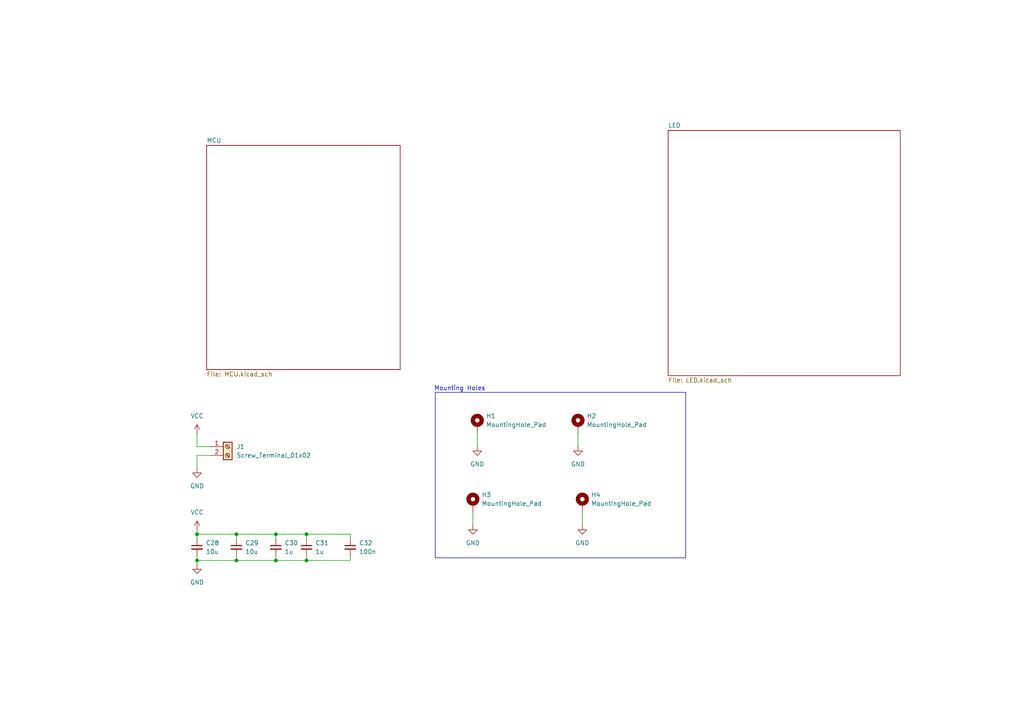
<source format=kicad_sch>
(kicad_sch (version 20250114) (generator "eeschema") (generator_version "9.0")
  (paper "A4")
  (lib_symbols
    (symbol "Connector:Screw_Terminal_01x02" (pin_names (offset 1.016) (hide yes))
      (property "Reference" "J" (at 0 2.54 0))
      (property "Value" "Screw_Terminal_01x02" (at 0 -5.08 0))
      (symbol "Screw_Terminal_01x02_1_1"
        (rectangle (start -1.27 1.27) (end 1.27 -3.81) (stroke (width 0.254)) (fill (type background)))
        (polyline (pts (xy -0.5334 0.3302) (xy 0.3302 -0.508)) (stroke (width 0.1524)))
        (polyline (pts (xy -0.5334 -2.2098) (xy 0.3302 -3.048)) (stroke (width 0.1524)))
        (polyline (pts (xy -0.3556 0.508) (xy 0.508 -0.3302)) (stroke (width 0.1524)))
        (polyline (pts (xy -0.3556 -2.032) (xy 0.508 -2.8702)) (stroke (width 0.1524)))
        (circle (center 0 0) (radius 0.635) (stroke (width 0.1524)))
        (circle (center 0 -2.54) (radius 0.635) (stroke (width 0.1524)))
        (pin passive line (at -5.08 0 0) (length 3.81) (name "Pin_1") (number "1"))
        (pin passive line (at -5.08 -2.54 0) (length 3.81) (name "Pin_2") (number "2"))
      )
    )
    (symbol "Device:C_Small" (pin_numbers (hide yes)) (pin_names (offset 0.254) (hide yes))
      (property "Reference" "C" (at 0.254 1.778 0))
      (property "Value" "C_Small" (at 0.254 -2.032 0))
      (symbol "C_Small_0_1"
        (polyline (pts (xy -1.524 0.508) (xy 1.524 0.508)) (stroke (width 0.3048)))
        (polyline (pts (xy -1.524 -0.508) (xy 1.524 -0.508)) (stroke (width 0.3302)))
      )
      (symbol "C_Small_1_1"
        (pin passive line (at 0 2.54 270) (length 2.032) (name "~") (number "1"))
        (pin passive line (at 0 -2.54 90) (length 2.032) (name "~") (number "2"))
      )
    )
    (symbol "Mechanical:MountingHole_Pad" (pin_numbers (hide yes)) (pin_names (offset 1.016) (hide yes)) (exclude_from_sim yes) (in_bom no)
      (property "Reference" "H" (at 0 6.35 0))
      (property "Value" "MountingHole_Pad" (at 0 4.445 0))
      (symbol "MountingHole_Pad_0_1"
        (circle (center 0 1.27) (radius 1.27) (stroke (width 1.27)))
      )
      (symbol "MountingHole_Pad_1_1"
        (pin input line (at 0 -2.54 90) (length 2.54) (name "1") (number "1"))
      )
    )
    (symbol "power:+12C" (power) (pin_numbers (hide yes)) (pin_names (offset 0) (hide yes))
      (property "Value" "+12C" (at 0 3.556 0))
      (symbol "+12C_0_1"
        (polyline (pts (xy -0.762 1.27) (xy 0 2.54)))
        (polyline (pts (xy 0 2.54) (xy 0.762 1.27)))
        (polyline (pts (xy 0 0) (xy 0 2.54)))
      )
      (symbol "+12C_1_1"
        (pin power_in line (at 0 0 90) (length 0) (name "~") (number "1"))
      )
    )
    (symbol "power:GND" (power) (pin_numbers (hide yes)) (pin_names (offset 0) (hide yes))
      (property "Value" "GND" (at 0 -3.81 0))
      (symbol "GND_0_1"
        (polyline (pts (xy 0 0) (xy 0 -1.27) (xy 1.27 -1.27) (xy 0 -2.54) (xy -1.27 -1.27) (xy 0 -1.27)))
      )
      (symbol "GND_1_1"
        (pin power_in line (at 0 0 270) (length 0) (name "~") (number "1"))
      )
    )
  )
  (rectangle (start 126.238 113.792) (end 198.882 161.798))
  (text "Mounting Holes\n" (at 133.35 112.776 0) (effects (font (size 1.27 1.27))))
  (junction (at 88.9 162.56))
  (junction (at 57.15 154.94))
  (junction (at 68.58 154.94))
  (junction (at 80.01 162.56))
  (junction (at 80.01 154.94))
  (junction (at 57.15 162.56))
  (junction (at 68.58 162.56))
  (junction (at 88.9 154.94))
  (wire (pts (xy 80.01 161.29) (xy 80.01 162.56)))
  (wire (pts (xy 167.64 125.73) (xy 167.64 129.54)))
  (wire (pts (xy 101.6 154.94) (xy 101.6 156.21)))
  (wire (pts (xy 101.6 162.56) (xy 88.9 162.56)))
  (wire (pts (xy 80.01 154.94) (xy 80.01 156.21)))
  (wire (pts (xy 137.16 148.59) (xy 137.16 152.4)))
  (wire (pts (xy 57.15 162.56) (xy 57.15 163.83)))
  (wire (pts (xy 80.01 162.56) (xy 88.9 162.56)))
  (wire (pts (xy 57.15 161.29) (xy 57.15 162.56)))
  (wire (pts (xy 68.58 161.29) (xy 68.58 162.56)))
  (wire (pts (xy 88.9 162.56) (xy 88.9 161.29)))
  (wire (pts (xy 60.96 132.08) (xy 57.15 132.08)))
  (wire (pts (xy 68.58 154.94) (xy 80.01 154.94)))
  (wire (pts (xy 57.15 153.67) (xy 57.15 154.94)))
  (wire (pts (xy 80.01 154.94) (xy 88.9 154.94)))
  (wire (pts (xy 88.9 154.94) (xy 101.6 154.94)))
  (wire (pts (xy 88.9 154.94) (xy 88.9 156.21)))
  (wire (pts (xy 68.58 162.56) (xy 80.01 162.56)))
  (wire (pts (xy 168.91 148.59) (xy 168.91 152.4)))
  (wire (pts (xy 57.15 125.73) (xy 57.15 129.54)))
  (wire (pts (xy 57.15 132.08) (xy 57.15 135.89)))
  (wire (pts (xy 57.15 154.94) (xy 68.58 154.94)))
  (wire (pts (xy 57.15 154.94) (xy 57.15 156.21)))
  (wire (pts (xy 68.58 154.94) (xy 68.58 156.21)))
  (wire (pts (xy 57.15 129.54) (xy 60.96 129.54)))
  (wire (pts (xy 57.15 162.56) (xy 68.58 162.56)))
  (wire (pts (xy 101.6 161.29) (xy 101.6 162.56)))
  (wire (pts (xy 138.43 125.73) (xy 138.43 129.54)))
  (symbol (lib_id "Device:C_Small") (at 101.6 158.75 0) (unit 1)
    (property "Reference" "C32" (at 104.14 157.4862 0) (effects (justify left)))
    (property "Value" "100n" (at 104.14 160.0262 0) (effects (justify left)))
    (property "Footprint" "Capacitor_SMD:C_0603_1608Metric_Pad1.08x0.95mm_HandSolder" (effects (hide yes)))
    (property "Description" "Unpolarized capacitor, small symbol" (effects (hide yes)))
  )
  (symbol (lib_id "power:GND") (at 138.43 129.54 0) (unit 1)
    (property "Reference" "#PWR020" (effects (hide yes)))
    (property "Value" "GND" (at 138.43 134.62 0))
    (property "Description" "Power symbol creates a global label with name \"GND\" , ground" (effects (hide yes)))
  )
  (symbol (lib_id "Device:C_Small") (at 80.01 158.75 0) (unit 1)
    (property "Reference" "C30" (at 82.55 157.4862 0) (effects (justify left)))
    (property "Value" "1u" (at 82.55 160.0262 0) (effects (justify left)))
    (property "Footprint" "Capacitor_SMD:C_0603_1608Metric_Pad1.08x0.95mm_HandSolder" (effects (hide yes)))
    (property "Description" "Unpolarized capacitor, small symbol" (effects (hide yes)))
  )
  (symbol (lib_id "Connector:Screw_Terminal_01x02") (at 66.04 129.54 0) (unit 1)
    (property "Reference" "J1" (at 68.58 129.5399 0) (effects (justify left)))
    (property "Value" "Screw_Terminal_01x02" (at 68.58 132.0799 0) (effects (justify left)))
    (property "Footprint" "TerminalBlock:TerminalBlock_MaiXu_MX126-5.0-02P_1x02_P5.00mm" (effects (hide yes)))
    (property "Description" "Generic screw terminal, single row, 01x02, script generated (kicad-library-utils/schlib/autogen/connector/)" (effects (hide yes)))
  )
  (symbol (lib_id "Mechanical:MountingHole_Pad") (at 137.16 146.05 0) (unit 1) (exclude_from_sim yes) (in_bom no)
    (property "Reference" "H3" (at 139.7 143.5099 0) (effects (justify left)))
    (property "Value" "MountingHole_Pad" (at 139.7 146.0499 0) (effects (justify left)))
    (property "Footprint" "MountingHole:MountingHole_3.2mm_M3_Pad" (effects (hide yes)))
    (property "Description" "Mounting Hole with connection" (effects (hide yes)))
  )
  (symbol (lib_id "Mechanical:MountingHole_Pad") (at 138.43 123.19 0) (unit 1) (exclude_from_sim yes) (in_bom no)
    (property "Reference" "H1" (at 140.97 120.6499 0) (effects (justify left)))
    (property "Value" "MountingHole_Pad" (at 140.97 123.1899 0) (effects (justify left)))
    (property "Footprint" "MountingHole:MountingHole_3.2mm_M3_Pad" (effects (hide yes)))
    (property "Description" "Mounting Hole with connection" (effects (hide yes)))
  )
  (symbol (lib_id "power:GND") (at 167.64 129.54 0) (unit 1)
    (property "Reference" "#PWR034" (effects (hide yes)))
    (property "Value" "GND" (at 167.64 134.62 0))
    (property "Description" "Power symbol creates a global label with name \"GND\" , ground" (effects (hide yes)))
  )
  (symbol (lib_id "Mechanical:MountingHole_Pad") (at 168.91 146.05 0) (unit 1) (exclude_from_sim yes) (in_bom no)
    (property "Reference" "H4" (at 171.45 143.5099 0) (effects (justify left)))
    (property "Value" "MountingHole_Pad" (at 171.45 146.0499 0) (effects (justify left)))
    (property "Footprint" "MountingHole:MountingHole_3.2mm_M3_Pad" (effects (hide yes)))
    (property "Description" "Mounting Hole with connection" (effects (hide yes)))
  )
  (symbol (lib_id "power:+12C") (at 57.15 153.67 0) (unit 1)
    (property "Reference" "#PWR03" (effects (hide yes)))
    (property "Value" "VCC" (at 57.15 148.59 0))
    (property "Description" "Power symbol creates a global label with name \"+12C\"" (effects (hide yes)))
  )
  (symbol (lib_id "Device:C_Small") (at 88.9 158.75 0) (unit 1)
    (property "Reference" "C31" (at 91.44 157.4862 0) (effects (justify left)))
    (property "Value" "1u" (at 91.44 160.0262 0) (effects (justify left)))
    (property "Footprint" "Capacitor_SMD:C_0603_1608Metric_Pad1.08x0.95mm_HandSolder" (effects (hide yes)))
    (property "Description" "Unpolarized capacitor, small symbol" (effects (hide yes)))
  )
  (symbol (lib_id "power:+12C") (at 57.15 125.73 0) (unit 1)
    (property "Reference" "#PWR01" (effects (hide yes)))
    (property "Value" "VCC" (at 57.15 120.65 0))
    (property "Description" "Power symbol creates a global label with name \"+12C\"" (effects (hide yes)))
  )
  (symbol (lib_id "power:GND") (at 57.15 135.89 0) (unit 1)
    (property "Reference" "#PWR02" (effects (hide yes)))
    (property "Value" "GND" (at 57.15 140.97 0))
    (property "Description" "Power symbol creates a global label with name \"GND\" , ground" (effects (hide yes)))
  )
  (symbol (lib_id "power:GND") (at 57.15 163.83 0) (unit 1)
    (property "Reference" "#PWR059" (effects (hide yes)))
    (property "Value" "GND" (at 57.15 168.91 0))
    (property "Description" "Power symbol creates a global label with name \"GND\" , ground" (effects (hide yes)))
  )
  (symbol (lib_id "Device:C_Small") (at 57.15 158.75 0) (unit 1)
    (property "Reference" "C28" (at 59.69 157.4862 0) (effects (justify left)))
    (property "Value" "10u" (at 59.69 160.0262 0) (effects (justify left)))
    (property "Footprint" "Capacitor_SMD:C_0603_1608Metric_Pad1.08x0.95mm_HandSolder" (effects (hide yes)))
    (property "Description" "Unpolarized capacitor, small symbol" (effects (hide yes)))
  )
  (symbol (lib_id "Device:C_Small") (at 68.58 158.75 0) (unit 1)
    (property "Reference" "C29" (at 71.12 157.4862 0) (effects (justify left)))
    (property "Value" "10u" (at 71.12 160.0262 0) (effects (justify left)))
    (property "Footprint" "Capacitor_SMD:C_0603_1608Metric_Pad1.08x0.95mm_HandSolder" (effects (hide yes)))
    (property "Description" "Unpolarized capacitor, small symbol" (effects (hide yes)))
  )
  (symbol (lib_id "power:GND") (at 137.16 152.4 0) (unit 1)
    (property "Reference" "#PWR032" (effects (hide yes)))
    (property "Value" "GND" (at 137.16 157.48 0))
    (property "Description" "Power symbol creates a global label with name \"GND\" , ground" (effects (hide yes)))
  )
  (symbol (lib_id "power:GND") (at 168.91 152.4 0) (unit 1)
    (property "Reference" "#PWR036" (effects (hide yes)))
    (property "Value" "GND" (at 168.91 157.48 0))
    (property "Description" "Power symbol creates a global label with name \"GND\" , ground" (effects (hide yes)))
  )
  (symbol (lib_id "Mechanical:MountingHole_Pad") (at 167.64 123.19 0) (unit 1) (exclude_from_sim yes) (in_bom no)
    (property "Reference" "H2" (at 170.18 120.6499 0) (effects (justify left)))
    (property "Value" "MountingHole_Pad" (at 170.18 123.1899 0) (effects (justify left)))
    (property "Footprint" "MountingHole:MountingHole_3.2mm_M3_Pad" (effects (hide yes)))
    (property "Description" "Mounting Hole with connection" (effects (hide yes)))
  )
  (sheet (at 59.944 42.164) (size 56.134 65.024) (stroke (width 0.1524))
    (property "Sheetname" "MCU" (at 59.944 41.4524 0) (effects (justify left bottom)))
    (property "Sheetfile" "MCU.kicad_sch" (at 59.944 107.7726 0) (effects (justify left top)))
  )
  (sheet (at 193.802 37.846) (size 67.31 71.12) (stroke (width 0.1524))
    (property "Sheetname" "LED" (at 193.802 37.1344 0) (effects (justify left bottom)))
    (property "Sheetfile" "LED.kicad_sch" (at 193.802 109.5506 0) (effects (justify left top)))
  )
)
</source>
